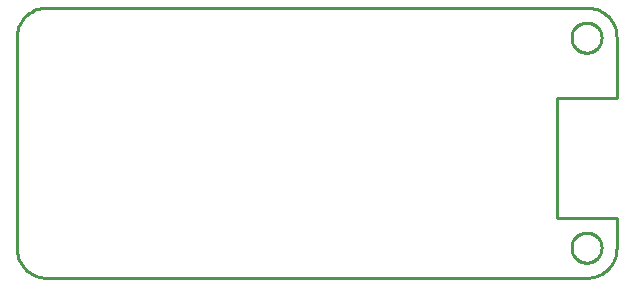
<source format=gbr>
G04 EAGLE Gerber RS-274X export*
G75*
%MOMM*%
%FSLAX34Y34*%
%LPD*%
%IN*%
%IPPOS*%
%AMOC8*
5,1,8,0,0,1.08239X$1,22.5*%
G01*
%ADD10C,0.254000*%


D10*
X0Y25400D02*
X97Y23186D01*
X386Y20989D01*
X865Y18826D01*
X1532Y16713D01*
X2380Y14666D01*
X3403Y12700D01*
X4594Y10831D01*
X5942Y9073D01*
X7440Y7440D01*
X9073Y5942D01*
X10831Y4594D01*
X12700Y3403D01*
X14666Y2380D01*
X16713Y1532D01*
X18826Y865D01*
X20989Y386D01*
X23186Y97D01*
X25400Y0D01*
X482600Y0D01*
X484814Y97D01*
X487011Y386D01*
X489174Y865D01*
X491287Y1532D01*
X493335Y2380D01*
X495300Y3403D01*
X497169Y4594D01*
X498927Y5942D01*
X500561Y7440D01*
X502058Y9073D01*
X503406Y10831D01*
X504597Y12700D01*
X505620Y14666D01*
X506468Y16713D01*
X507135Y18826D01*
X507614Y20989D01*
X507903Y23186D01*
X508000Y25400D01*
X508000Y50800D01*
X457200Y50800D01*
X457200Y152400D01*
X508000Y152400D01*
X508000Y203200D01*
X507903Y205414D01*
X507614Y207611D01*
X507135Y209774D01*
X506468Y211887D01*
X505620Y213935D01*
X504597Y215900D01*
X503406Y217769D01*
X502058Y219527D01*
X500561Y221161D01*
X498927Y222658D01*
X497169Y224006D01*
X495300Y225197D01*
X493335Y226220D01*
X491287Y227068D01*
X489174Y227735D01*
X487011Y228214D01*
X484814Y228503D01*
X482600Y228600D01*
X25400Y228600D01*
X23186Y228503D01*
X20989Y228214D01*
X18826Y227735D01*
X16713Y227068D01*
X14666Y226220D01*
X12700Y225197D01*
X10831Y224006D01*
X9073Y222658D01*
X7440Y221161D01*
X5942Y219527D01*
X4594Y217769D01*
X3403Y215900D01*
X2380Y213935D01*
X1532Y211887D01*
X865Y209774D01*
X386Y207611D01*
X97Y205414D01*
X0Y203200D01*
X0Y25400D01*
X495300Y202701D02*
X495222Y201706D01*
X495066Y200720D01*
X494833Y199750D01*
X494524Y198801D01*
X494142Y197879D01*
X493689Y196990D01*
X493168Y196139D01*
X492581Y195331D01*
X491933Y194573D01*
X491227Y193867D01*
X490469Y193219D01*
X489661Y192632D01*
X488810Y192111D01*
X487921Y191658D01*
X486999Y191276D01*
X486050Y190967D01*
X485080Y190734D01*
X484094Y190578D01*
X483099Y190500D01*
X482101Y190500D01*
X481106Y190578D01*
X480120Y190734D01*
X479150Y190967D01*
X478201Y191276D01*
X477279Y191658D01*
X476390Y192111D01*
X475539Y192632D01*
X474731Y193219D01*
X473973Y193867D01*
X473267Y194573D01*
X472619Y195331D01*
X472032Y196139D01*
X471511Y196990D01*
X471058Y197879D01*
X470676Y198801D01*
X470367Y199750D01*
X470134Y200720D01*
X469978Y201706D01*
X469900Y202701D01*
X469900Y203699D01*
X469978Y204694D01*
X470134Y205680D01*
X470367Y206650D01*
X470676Y207599D01*
X471058Y208521D01*
X471511Y209410D01*
X472032Y210261D01*
X472619Y211069D01*
X473267Y211827D01*
X473973Y212533D01*
X474731Y213181D01*
X475539Y213768D01*
X476390Y214289D01*
X477279Y214742D01*
X478201Y215124D01*
X479150Y215433D01*
X480120Y215666D01*
X481106Y215822D01*
X482101Y215900D01*
X483099Y215900D01*
X484094Y215822D01*
X485080Y215666D01*
X486050Y215433D01*
X486999Y215124D01*
X487921Y214742D01*
X488810Y214289D01*
X489661Y213768D01*
X490469Y213181D01*
X491227Y212533D01*
X491933Y211827D01*
X492581Y211069D01*
X493168Y210261D01*
X493689Y209410D01*
X494142Y208521D01*
X494524Y207599D01*
X494833Y206650D01*
X495066Y205680D01*
X495222Y204694D01*
X495300Y203699D01*
X495300Y202701D01*
X495300Y24901D02*
X495222Y23906D01*
X495066Y22920D01*
X494833Y21950D01*
X494524Y21001D01*
X494142Y20079D01*
X493689Y19190D01*
X493168Y18339D01*
X492581Y17531D01*
X491933Y16773D01*
X491227Y16067D01*
X490469Y15419D01*
X489661Y14832D01*
X488810Y14311D01*
X487921Y13858D01*
X486999Y13476D01*
X486050Y13167D01*
X485080Y12934D01*
X484094Y12778D01*
X483099Y12700D01*
X482101Y12700D01*
X481106Y12778D01*
X480120Y12934D01*
X479150Y13167D01*
X478201Y13476D01*
X477279Y13858D01*
X476390Y14311D01*
X475539Y14832D01*
X474731Y15419D01*
X473973Y16067D01*
X473267Y16773D01*
X472619Y17531D01*
X472032Y18339D01*
X471511Y19190D01*
X471058Y20079D01*
X470676Y21001D01*
X470367Y21950D01*
X470134Y22920D01*
X469978Y23906D01*
X469900Y24901D01*
X469900Y25899D01*
X469978Y26894D01*
X470134Y27880D01*
X470367Y28850D01*
X470676Y29799D01*
X471058Y30721D01*
X471511Y31610D01*
X472032Y32461D01*
X472619Y33269D01*
X473267Y34027D01*
X473973Y34733D01*
X474731Y35381D01*
X475539Y35968D01*
X476390Y36489D01*
X477279Y36942D01*
X478201Y37324D01*
X479150Y37633D01*
X480120Y37866D01*
X481106Y38022D01*
X482101Y38100D01*
X483099Y38100D01*
X484094Y38022D01*
X485080Y37866D01*
X486050Y37633D01*
X486999Y37324D01*
X487921Y36942D01*
X488810Y36489D01*
X489661Y35968D01*
X490469Y35381D01*
X491227Y34733D01*
X491933Y34027D01*
X492581Y33269D01*
X493168Y32461D01*
X493689Y31610D01*
X494142Y30721D01*
X494524Y29799D01*
X494833Y28850D01*
X495066Y27880D01*
X495222Y26894D01*
X495300Y25899D01*
X495300Y24901D01*
M02*

</source>
